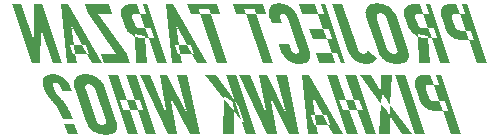
<source format=gbo>
G04*
G04 #@! TF.GenerationSoftware,Altium Limited,Altium Designer,25.0.2 (28)*
G04*
G04 Layer_Color=32896*
%FSLAX44Y44*%
%MOMM*%
G71*
G04*
G04 #@! TF.SameCoordinates,F35D9E54-4110-4E9A-A1CC-C6A2A34B17B7*
G04*
G04*
G04 #@! TF.FilePolarity,Positive*
G04*
G01*
G75*
G36*
X1185728Y636400D02*
X1177172D01*
X1170537Y655871D01*
X1165962D01*
X1164605Y655930D01*
X1163307Y656048D01*
X1162185Y656284D01*
X1161182Y656520D01*
X1160356Y656756D01*
X1159707Y656992D01*
X1159471Y657051D01*
X1159294Y657110D01*
X1159235Y657169D01*
X1159176D01*
X1158055Y657700D01*
X1157052Y658290D01*
X1156167Y658940D01*
X1155341Y659529D01*
X1154751Y660120D01*
X1154279Y660533D01*
X1153984Y660828D01*
X1153866Y660946D01*
X1153099Y661890D01*
X1152391Y662952D01*
X1151801Y663896D01*
X1151270Y664840D01*
X1150916Y665666D01*
X1150621Y666315D01*
X1150503Y666551D01*
X1150444Y666728D01*
X1150385Y666846D01*
Y666905D01*
X1147552Y675343D01*
X1147139Y676641D01*
X1146903Y677821D01*
X1146785Y678883D01*
X1146726Y679768D01*
Y680476D01*
X1146785Y681007D01*
X1146844Y681361D01*
Y681479D01*
X1147139Y682364D01*
X1147493Y683131D01*
X1147965Y683780D01*
X1148438Y684370D01*
X1148850Y684783D01*
X1149264Y685078D01*
X1149500Y685255D01*
X1149617Y685314D01*
X1150503Y685727D01*
X1151447Y686081D01*
X1152450Y686317D01*
X1153394Y686435D01*
X1154220Y686553D01*
X1154928Y686612D01*
X1160061D01*
X1162856Y678411D01*
X1167437D01*
X1164664Y686612D01*
X1168676D01*
X1185728Y636400D01*
D02*
G37*
G36*
X841321Y687085D02*
X842265Y687026D01*
X843976Y686671D01*
X845569Y686258D01*
X846277Y685963D01*
X846926Y685727D01*
X847516Y685432D01*
X848047Y685196D01*
X848519Y684901D01*
X848873Y684724D01*
X849168Y684547D01*
X849404Y684370D01*
X849522Y684311D01*
X849581Y684252D01*
X850938Y683072D01*
X852118Y681774D01*
X853121Y680417D01*
X853948Y679119D01*
X854538Y677939D01*
X854774Y677408D01*
X854951Y676995D01*
X855128Y676641D01*
X855246Y676346D01*
X855305Y676169D01*
Y676110D01*
X856485Y672688D01*
X848106D01*
X846926Y676110D01*
X846690Y676759D01*
X846395Y677349D01*
X846100Y677880D01*
X845864Y678293D01*
X845628Y678588D01*
X845392Y678824D01*
X845274Y678942D01*
X845215Y679001D01*
X844743Y679355D01*
X844330Y679591D01*
X843917Y679827D01*
X843504Y679945D01*
X843150Y680004D01*
X842914Y680063D01*
X842678D01*
X842147Y680004D01*
X841734Y679945D01*
X841380Y679768D01*
X841144Y679591D01*
X840967Y679414D01*
X840790Y679296D01*
X840731Y679178D01*
Y679119D01*
X840612Y678765D01*
X840554Y678352D01*
Y677939D01*
X840612Y677467D01*
X840671Y677113D01*
X840790Y676818D01*
X840849Y676582D01*
Y676523D01*
X840967Y676110D01*
X841321Y675107D01*
X841675Y674222D01*
X842088Y673455D01*
X842442Y672805D01*
X842796Y672274D01*
X843032Y671861D01*
X843209Y671566D01*
X843268Y671507D01*
X844330Y670150D01*
X844802Y669501D01*
X845274Y668970D01*
X845687Y668498D01*
X845982Y668085D01*
X846218Y667849D01*
X846277Y667790D01*
X847516Y666433D01*
X848106Y665725D01*
X848637Y665076D01*
X849109Y664545D01*
X849522Y664132D01*
X849758Y663837D01*
X849817Y663719D01*
X850525Y662834D01*
X851174Y661831D01*
X851823Y660887D01*
X852354Y660002D01*
X852826Y659175D01*
X853180Y658585D01*
X853357Y658349D01*
X853475Y658172D01*
X853534Y658054D01*
Y657995D01*
X854184Y656638D01*
X854892Y655222D01*
X855482Y653806D01*
X856013Y652449D01*
X856249Y651800D01*
X856485Y651269D01*
X856662Y650738D01*
X856839Y650325D01*
X856957Y649912D01*
X857075Y649676D01*
X857134Y649499D01*
Y649440D01*
X848578D01*
X848047Y650915D01*
X847516Y652272D01*
X847044Y653511D01*
X846572Y654514D01*
X846218Y655281D01*
X845923Y655930D01*
X845805Y656107D01*
X845746Y656284D01*
X845687Y656343D01*
Y656402D01*
X845156Y657405D01*
X844625Y658349D01*
X844094Y659175D01*
X843681Y659883D01*
X843327Y660415D01*
X843032Y660828D01*
X842855Y661123D01*
X842796Y661182D01*
X842265Y661890D01*
X841734Y662539D01*
X841262Y663129D01*
X840849Y663601D01*
X840495Y664014D01*
X840200Y664368D01*
X840023Y664545D01*
X839964Y664604D01*
X838960Y665725D01*
X838488Y666256D01*
X838075Y666728D01*
X837780Y667082D01*
X837544Y667436D01*
X837367Y667613D01*
X837308Y667672D01*
X836364Y668852D01*
X835951Y669442D01*
X835597Y669973D01*
X835243Y670445D01*
X835007Y670799D01*
X834889Y671094D01*
X834830Y671153D01*
X834417Y671920D01*
X834004Y672805D01*
X833591Y673632D01*
X833296Y674399D01*
X833001Y675048D01*
X832824Y675638D01*
X832706Y675992D01*
X832647Y676051D01*
Y676110D01*
X832470Y676523D01*
X832175Y677467D01*
X831998Y678293D01*
X831880Y679119D01*
X831821Y679886D01*
Y681243D01*
X831880Y681833D01*
X831998Y682364D01*
X832116Y682836D01*
X832234Y683249D01*
X832411Y683603D01*
X832529Y683839D01*
X832647Y684075D01*
X832765Y684252D01*
X832824Y684311D01*
Y684370D01*
X833237Y684842D01*
X833709Y685314D01*
X834889Y685963D01*
X836128Y686494D01*
X837367Y686789D01*
X838488Y687026D01*
X839019Y687085D01*
X839433D01*
X839787Y687143D01*
X840318D01*
X841321Y687085D01*
D02*
G37*
G36*
X1126032Y661417D02*
X1144897Y636400D01*
X1135633D01*
X1125690Y651601D01*
X1125780Y636400D01*
X1116457D01*
X1118356Y662255D01*
X1121236Y658408D01*
X1125690Y651601D01*
X1125662Y656284D01*
X1125957Y660061D01*
X1126032Y661417D01*
X1123007Y665430D01*
X1118617Y672312D01*
X1118758Y668321D01*
X1118463Y663719D01*
X1118356Y662255D01*
X1100113Y686612D01*
X1109495D01*
X1118617Y672312D01*
X1118109Y686612D01*
X1127432D01*
X1126032Y661417D01*
D02*
G37*
G36*
X1049015Y636400D02*
X1040755D01*
X1024234Y668852D01*
X1030134Y636400D01*
X1021932D01*
X998390Y686612D01*
X1007122D01*
X1021519Y651741D01*
X1015088Y686612D01*
X1021696D01*
X1038985Y651741D01*
X1029662Y686612D01*
X1038395D01*
X1049015Y636400D01*
D02*
G37*
G36*
X964698D02*
X956438D01*
X939917Y668852D01*
X945817Y636400D01*
X937615D01*
X914073Y686612D01*
X922805D01*
X937202Y651741D01*
X930771Y686612D01*
X937379D01*
X954668Y651741D01*
X945345Y686612D01*
X954078D01*
X964698Y636400D01*
D02*
G37*
G36*
X994304Y664492D02*
X999854Y648207D01*
X993365Y656300D01*
X993138Y663837D01*
X985527Y668970D01*
X985446Y666179D01*
X969065Y686612D01*
X978800D01*
X994304Y664492D01*
D02*
G37*
G36*
X1012433Y636400D02*
X1003877D01*
X999854Y648207D01*
X1002933Y644365D01*
X997741Y659588D01*
X994304Y664492D01*
X986766Y686612D01*
X995381D01*
X1012433Y636400D01*
D02*
G37*
G36*
X1155518D02*
X1146962D01*
X1129851Y686612D01*
X1138466D01*
X1155518Y636400D01*
D02*
G37*
G36*
X1113743D02*
X1105187D01*
X1098130Y657110D01*
X1102650D01*
X1099877Y665194D01*
X1095375D01*
X1098130Y657110D01*
X1091369D01*
X1088623Y665194D01*
X1095375D01*
X1088076Y686612D01*
X1096691D01*
X1113743Y636400D01*
D02*
G37*
G36*
X1088623Y665194D02*
X1083061D01*
X1085775Y657110D01*
X1091369D01*
X1098402Y636400D01*
X1089846D01*
X1072735Y686612D01*
X1081350D01*
X1088623Y665194D01*
D02*
G37*
G36*
X1086070Y636400D02*
X1077573D01*
X1073386Y644188D01*
X1075272D01*
X1072558Y652213D01*
X1069072D01*
X1059872Y669324D01*
X1062325Y652213D01*
X1069072D01*
X1073386Y644188D01*
X1063476D01*
X1064593Y636400D01*
X1056096D01*
X1051021Y686612D01*
X1057040D01*
X1086070Y636400D01*
D02*
G37*
G36*
X993365Y656300D02*
X993964Y636400D01*
X984583D01*
X985446Y666179D01*
X993365Y656300D01*
D02*
G37*
G36*
X928116Y636400D02*
X919560D01*
X912503Y657110D01*
X917023D01*
X914250Y665194D01*
X909748D01*
X912503Y657110D01*
X905741D01*
X902996Y665194D01*
X909748D01*
X902449Y686612D01*
X911064D01*
X928116Y636400D01*
D02*
G37*
G36*
X902996Y665194D02*
X897434D01*
X900148Y657110D01*
X905741D01*
X912775Y636400D01*
X904219D01*
X887108Y686612D01*
X895723D01*
X902996Y665194D01*
D02*
G37*
G36*
X861559Y636400D02*
X853003D01*
X850112Y644956D01*
X858668D01*
X861559Y636400D01*
D02*
G37*
G36*
X869407Y687085D02*
X870764Y686908D01*
X872003Y686671D01*
X873124Y686435D01*
X874009Y686199D01*
X874422Y686081D01*
X874717Y685963D01*
X874953Y685845D01*
X875130Y685786D01*
X875248Y685727D01*
X875307D01*
X876546Y685196D01*
X877608Y684547D01*
X878611Y683839D01*
X879437Y683190D01*
X880145Y682600D01*
X880676Y682128D01*
X880971Y681833D01*
X881030Y681774D01*
X881089Y681715D01*
X881916Y680712D01*
X882682Y679650D01*
X883332Y678588D01*
X883863Y677585D01*
X884276Y676700D01*
X884453Y676287D01*
X884571Y675992D01*
X884689Y675697D01*
X884748Y675520D01*
X884807Y675402D01*
Y675343D01*
X894188Y647670D01*
X894601Y646313D01*
X894837Y645133D01*
X894955Y644011D01*
X895014Y643067D01*
Y642359D01*
X894955Y641769D01*
X894896Y641415D01*
Y641356D01*
Y641297D01*
X894601Y640353D01*
X894129Y639527D01*
X893657Y638878D01*
X893126Y638288D01*
X892654Y637875D01*
X892241Y637521D01*
X891946Y637344D01*
X891828Y637285D01*
X890825Y636813D01*
X889763Y636518D01*
X888701Y636282D01*
X887698Y636105D01*
X886754Y635987D01*
X886341D01*
X885987Y635928D01*
X885338D01*
X883863Y635987D01*
X882505Y636164D01*
X881266Y636341D01*
X880145Y636636D01*
X879260Y636872D01*
X878847Y636990D01*
X878552Y637049D01*
X878316Y637167D01*
X878139Y637226D01*
X878021Y637285D01*
X877962D01*
X876723Y637875D01*
X875661Y638465D01*
X874658Y639173D01*
X873832Y639822D01*
X873124Y640412D01*
X872593Y640884D01*
X872298Y641179D01*
X872180Y641297D01*
X871295Y642359D01*
X870587Y643421D01*
X869938Y644483D01*
X869407Y645487D01*
X868994Y646372D01*
X868817Y646726D01*
X868699Y647021D01*
X868580Y647316D01*
X868521Y647493D01*
X868463Y647611D01*
Y647670D01*
X859081Y675343D01*
X858668Y676700D01*
X858432Y677939D01*
X858314Y679001D01*
X858255Y679945D01*
X858314Y680712D01*
X858373Y681243D01*
X858432Y681597D01*
Y681715D01*
X858727Y682659D01*
X859140Y683485D01*
X859612Y684134D01*
X860143Y684724D01*
X860615Y685137D01*
X861028Y685491D01*
X861323Y685668D01*
X861441Y685727D01*
X862385Y686199D01*
X863447Y686553D01*
X864568Y686789D01*
X865571Y686966D01*
X866515Y687085D01*
X866928D01*
X867282Y687143D01*
X867932D01*
X869407Y687085D01*
D02*
G37*
G36*
X1207770Y696432D02*
X1199214D01*
X1192579Y715903D01*
X1188004D01*
X1186646Y715962D01*
X1185348Y716080D01*
X1184227Y716316D01*
X1183224Y716553D01*
X1182398Y716788D01*
X1181749Y717025D01*
X1181513Y717084D01*
X1181336Y717142D01*
X1181277Y717202D01*
X1181218D01*
X1180097Y717732D01*
X1179094Y718323D01*
X1178209Y718972D01*
X1177383Y719562D01*
X1176793Y720152D01*
X1176321Y720565D01*
X1176026Y720860D01*
X1175908Y720978D01*
X1175141Y721922D01*
X1174433Y722984D01*
X1173843Y723928D01*
X1173311Y724872D01*
X1172958Y725698D01*
X1172663Y726347D01*
X1172544Y726583D01*
X1172486Y726760D01*
X1172427Y726878D01*
Y726937D01*
X1169594Y735375D01*
X1169181Y736673D01*
X1168945Y737853D01*
X1168827Y738915D01*
X1168768Y739800D01*
Y740508D01*
X1168827Y741039D01*
X1168886Y741393D01*
Y741511D01*
X1169181Y742396D01*
X1169535Y743163D01*
X1170007Y743812D01*
X1170479Y744402D01*
X1170892Y744816D01*
X1171305Y745110D01*
X1171541Y745287D01*
X1171659Y745347D01*
X1172544Y745760D01*
X1173489Y746114D01*
X1174492Y746350D01*
X1175436Y746468D01*
X1176262Y746586D01*
X1176970Y746645D01*
X1182103D01*
X1184898Y738443D01*
X1189479D01*
X1186705Y746645D01*
X1190718D01*
X1207770Y696432D01*
D02*
G37*
G36*
X1020845Y738443D02*
X1012531D01*
X1011168Y742455D01*
X1002612D01*
X1003976Y738443D01*
X1012531D01*
X1026804Y696432D01*
X1018249D01*
X1003976Y738443D01*
X995650D01*
X992877Y746645D01*
X1018012D01*
X1020845Y738443D01*
D02*
G37*
G36*
X982197D02*
X973883D01*
X972520Y742455D01*
X963965D01*
X965328Y738443D01*
X973883D01*
X988156Y696432D01*
X979601D01*
X965328Y738443D01*
X957002D01*
X954229Y746645D01*
X979365D01*
X982197Y738443D01*
D02*
G37*
G36*
X1065101Y738325D02*
X1051350D01*
X1048518Y746645D01*
X1062266D01*
X1065101Y738325D01*
D02*
G37*
G36*
X1154154Y738502D02*
X1149651D01*
X1149061Y738443D01*
X1148589Y738325D01*
X1148235Y738207D01*
X1147881Y738030D01*
X1147704Y737794D01*
X1147527Y737676D01*
X1147409Y737558D01*
Y737499D01*
X1147232Y737086D01*
X1147114Y736673D01*
Y736201D01*
Y735788D01*
X1147173Y735375D01*
X1147291Y735080D01*
X1147350Y734844D01*
Y734785D01*
X1149238Y729238D01*
X1149474Y728648D01*
X1149710Y728176D01*
X1150005Y727763D01*
X1150300Y727409D01*
X1150595Y727114D01*
X1150831Y726937D01*
X1150949Y726819D01*
X1151008Y726760D01*
X1151480Y726465D01*
X1152011Y726229D01*
X1152483Y726111D01*
X1152955Y725993D01*
X1153368Y725934D01*
X1153663Y725875D01*
X1158452D01*
X1161243Y717673D01*
X1158396D01*
X1158325Y719208D01*
X1149887Y720801D01*
X1149908Y719020D01*
X1150005Y718972D01*
X1150182Y718913D01*
X1150418Y718795D01*
X1150713Y718736D01*
X1151126Y718618D01*
X1152011Y718382D01*
X1153132Y718087D01*
X1154371Y717910D01*
X1155787Y717732D01*
X1157262Y717673D01*
X1158396D01*
X1159387Y696432D01*
X1150182D01*
X1149908Y719020D01*
X1149887Y719031D01*
X1149828D01*
X1148589Y719621D01*
X1147527Y720270D01*
X1146524Y720919D01*
X1145698Y721568D01*
X1144989Y722158D01*
X1144458Y722630D01*
X1144164Y722925D01*
X1144045Y723043D01*
X1143219Y724105D01*
X1142452Y725167D01*
X1141803Y726229D01*
X1141331Y727232D01*
X1140918Y728117D01*
X1140741Y728471D01*
X1140623Y728766D01*
X1140505Y729061D01*
X1140446Y729238D01*
X1140387Y729356D01*
Y729415D01*
X1138381Y735316D01*
X1138027Y736614D01*
X1137791Y737794D01*
X1137673Y738856D01*
X1137614Y739741D01*
X1137673Y740449D01*
X1137732Y740980D01*
X1137791Y741334D01*
Y741452D01*
X1138086Y742396D01*
X1138558Y743163D01*
X1139089Y743812D01*
X1139620Y744402D01*
X1140092Y744816D01*
X1140505Y745110D01*
X1140800Y745287D01*
X1140918Y745347D01*
X1141862Y745818D01*
X1142924Y746114D01*
X1144045Y746350D01*
X1145049Y746527D01*
X1145993Y746645D01*
X1146406D01*
X1146760Y746704D01*
X1151362D01*
X1154154Y738502D01*
D02*
G37*
G36*
X914538D02*
X910035D01*
X909445Y738443D01*
X908973Y738325D01*
X908619Y738207D01*
X908265Y738030D01*
X908088Y737794D01*
X907911Y737676D01*
X907793Y737558D01*
Y737499D01*
X907616Y737086D01*
X907498Y736673D01*
Y736201D01*
Y735788D01*
X907557Y735375D01*
X907675Y735080D01*
X907734Y734844D01*
Y734785D01*
X909622Y729238D01*
X909858Y728648D01*
X910094Y728176D01*
X910389Y727763D01*
X910684Y727409D01*
X910979Y727114D01*
X911215Y726937D01*
X911333Y726819D01*
X911392Y726760D01*
X911864Y726465D01*
X912395Y726229D01*
X912867Y726111D01*
X913339Y725993D01*
X913752Y725934D01*
X914047Y725875D01*
X918835D01*
X921627Y717673D01*
X918780D01*
X918708Y719208D01*
X910271Y720801D01*
X910292Y719020D01*
X910389Y718972D01*
X910566Y718913D01*
X910802Y718795D01*
X911097Y718736D01*
X911510Y718618D01*
X912395Y718382D01*
X913516Y718087D01*
X914755Y717910D01*
X916171Y717732D01*
X917646Y717673D01*
X918780D01*
X919771Y696432D01*
X910566D01*
X910292Y719020D01*
X910271Y719031D01*
X910212D01*
X908973Y719621D01*
X907911Y720270D01*
X906908Y720919D01*
X906081Y721568D01*
X905374Y722158D01*
X904842Y722630D01*
X904547Y722925D01*
X904429Y723043D01*
X903603Y724105D01*
X902836Y725167D01*
X902187Y726229D01*
X901715Y727232D01*
X901302Y728117D01*
X901125Y728471D01*
X901007Y728766D01*
X900889Y729061D01*
X900830Y729238D01*
X900771Y729356D01*
Y729415D01*
X898765Y735316D01*
X898411Y736614D01*
X898175Y737794D01*
X898057Y738856D01*
X897998Y739741D01*
X898057Y740449D01*
X898116Y740980D01*
X898175Y741334D01*
Y741452D01*
X898470Y742396D01*
X898942Y743163D01*
X899473Y743812D01*
X900004Y744402D01*
X900476Y744816D01*
X900889Y745110D01*
X901184Y745287D01*
X901302Y745347D01*
X902246Y745818D01*
X903308Y746114D01*
X904429Y746350D01*
X905433Y746527D01*
X906376Y746645D01*
X906790D01*
X907144Y746704D01*
X911746D01*
X914538Y738502D01*
D02*
G37*
G36*
X1072299Y717202D02*
X1060259D01*
X1057427Y725521D01*
X1069464D01*
X1072299Y717202D01*
D02*
G37*
G36*
X848198Y696432D02*
X840351D01*
X830425Y725636D01*
X829553Y696432D01*
X822768D01*
X805715Y746645D01*
X813504D01*
X824038Y715671D01*
X824420Y746645D01*
X831146D01*
X848198Y696432D01*
D02*
G37*
G36*
X1033295Y747117D02*
X1034593Y746940D01*
X1035832Y746704D01*
X1036835Y746409D01*
X1037720Y746114D01*
X1038074Y745996D01*
X1038369Y745878D01*
X1038605Y745760D01*
X1038782Y745701D01*
X1038900Y745641D01*
X1038959D01*
X1040139Y745051D01*
X1041201Y744343D01*
X1042145Y743635D01*
X1042971Y742927D01*
X1043620Y742337D01*
X1044151Y741806D01*
X1044446Y741452D01*
X1044505Y741393D01*
X1044564Y741334D01*
X1045390Y740213D01*
X1046158Y739033D01*
X1046748Y737912D01*
X1047279Y736791D01*
X1047751Y735847D01*
X1047869Y735434D01*
X1048046Y735080D01*
X1048164Y734785D01*
X1048223Y734549D01*
X1048282Y734431D01*
Y734372D01*
X1057073Y708705D01*
X1057486Y707230D01*
X1057781Y705873D01*
X1057958Y704693D01*
X1058017Y703690D01*
Y702863D01*
Y702273D01*
Y702037D01*
X1057958Y701860D01*
Y701801D01*
Y701742D01*
X1057722Y700739D01*
X1057368Y699854D01*
X1056896Y699146D01*
X1056424Y698556D01*
X1056011Y698025D01*
X1055657Y697730D01*
X1055421Y697494D01*
X1055303Y697435D01*
X1054418Y696963D01*
X1053474Y696609D01*
X1052471Y696314D01*
X1051527Y696137D01*
X1050642Y696019D01*
X1049993Y695960D01*
X1049344D01*
X1047928Y696019D01*
X1046629Y696196D01*
X1045449Y696432D01*
X1044387Y696727D01*
X1043502Y696963D01*
X1043148Y697081D01*
X1042853Y697199D01*
X1042617Y697317D01*
X1042440Y697376D01*
X1042381Y697435D01*
X1042322D01*
X1041142Y698025D01*
X1040080Y698733D01*
X1039136Y699441D01*
X1038310Y700149D01*
X1037661Y700798D01*
X1037130Y701270D01*
X1036835Y701624D01*
X1036717Y701683D01*
Y701742D01*
X1035832Y702863D01*
X1035124Y704044D01*
X1034416Y705224D01*
X1033885Y706286D01*
X1033472Y707289D01*
X1033295Y707702D01*
X1033118Y707997D01*
X1033000Y708292D01*
X1032941Y708528D01*
X1032882Y708646D01*
Y708705D01*
X1031525Y712776D01*
X1040198D01*
X1041614Y708705D01*
X1041909Y707997D01*
X1042204Y707407D01*
X1042499Y706876D01*
X1042794Y706463D01*
X1043089Y706109D01*
X1043325Y705873D01*
X1043443Y705696D01*
X1043502Y705637D01*
X1043974Y705283D01*
X1044446Y705047D01*
X1044977Y704811D01*
X1045390Y704693D01*
X1045804Y704634D01*
X1046098Y704575D01*
X1046394D01*
X1046925Y704634D01*
X1047338Y704752D01*
X1047692Y704929D01*
X1047987Y705106D01*
X1048223Y705283D01*
X1048341Y705460D01*
X1048459Y705578D01*
Y705637D01*
X1048577Y706109D01*
X1048636Y706581D01*
Y707112D01*
X1048577Y707584D01*
X1048518Y708056D01*
X1048459Y708410D01*
X1048341Y708646D01*
Y708705D01*
X1039608Y734372D01*
X1039313Y735080D01*
X1039018Y735670D01*
X1038723Y736201D01*
X1038428Y736614D01*
X1038133Y736968D01*
X1037897Y737204D01*
X1037779Y737322D01*
X1037720Y737381D01*
X1037248Y737735D01*
X1036717Y738030D01*
X1036245Y738207D01*
X1035773Y738384D01*
X1035419Y738443D01*
X1035124Y738502D01*
X1034829D01*
X1034121Y738443D01*
X1033590Y738266D01*
X1033295Y738030D01*
X1033177Y737971D01*
X1032822Y737558D01*
X1032645Y737086D01*
X1032527Y736732D01*
Y736614D01*
Y736555D01*
Y735847D01*
X1032645Y735139D01*
X1032764Y734844D01*
X1032822Y734608D01*
X1032882Y734431D01*
Y734372D01*
X1034239Y730300D01*
X1025565D01*
X1024208Y734372D01*
X1023736Y735847D01*
X1023441Y737145D01*
X1023264Y738325D01*
X1023205Y739328D01*
Y740154D01*
Y740744D01*
Y740980D01*
X1023264Y741157D01*
Y741216D01*
Y741275D01*
X1023500Y742278D01*
X1023854Y743163D01*
X1024267Y743930D01*
X1024739Y744520D01*
X1025152Y745051D01*
X1025506Y745347D01*
X1025742Y745583D01*
X1025860Y745641D01*
X1026745Y746173D01*
X1027748Y746527D01*
X1028751Y746822D01*
X1029695Y746999D01*
X1030521Y747117D01*
X1031229Y747176D01*
X1031879D01*
X1033295Y747117D01*
D02*
G37*
G36*
X1176852Y696432D02*
X1168473D01*
X1161243Y717673D01*
X1165818D01*
X1162986Y725875D01*
X1158452D01*
X1154154Y738502D01*
X1158737D01*
X1155964Y746704D01*
X1159800D01*
X1176852Y696432D01*
D02*
G37*
G36*
X1087933D02*
X1084156D01*
X1081324Y704752D01*
X1076542D01*
X1072299Y717202D01*
X1077076D01*
X1074243Y725521D01*
X1069464D01*
X1065101Y738325D01*
X1069936D01*
X1067045Y746645D01*
X1070880D01*
X1087933Y696432D01*
D02*
G37*
G36*
X1079377D02*
X1065629D01*
X1062797Y704752D01*
X1076542D01*
X1079377Y696432D01*
D02*
G37*
G36*
X970986D02*
X962489D01*
X958302Y704221D01*
X960188D01*
X957474Y712245D01*
X953988D01*
X944788Y729356D01*
X947242Y712245D01*
X953988D01*
X958302Y704221D01*
X948392D01*
X949509Y696432D01*
X941012D01*
X935938Y746645D01*
X941956D01*
X970986Y696432D01*
D02*
G37*
G36*
X937236D02*
X928857D01*
X921627Y717673D01*
X926202D01*
X923370Y725875D01*
X918835D01*
X914538Y738502D01*
X919121D01*
X916348Y746704D01*
X920183D01*
X937236Y696432D01*
D02*
G37*
G36*
X890858Y738443D02*
X878940D01*
X903190Y703985D01*
X905787Y696432D01*
X884132D01*
X881359Y704634D01*
X894163D01*
X869971Y739092D01*
X867434Y746645D01*
X888085D01*
X890858Y738443D01*
D02*
G37*
G36*
X881949Y696432D02*
X873452D01*
X869265Y704221D01*
X871151D01*
X868437Y712245D01*
X864950D01*
X855751Y729356D01*
X858204Y712245D01*
X864950D01*
X869265Y704221D01*
X859355D01*
X860471Y696432D01*
X851975D01*
X846900Y746645D01*
X852919D01*
X881949Y696432D01*
D02*
G37*
G36*
X1116255Y747117D02*
X1117612Y746940D01*
X1118851Y746704D01*
X1119972Y746468D01*
X1120857Y746232D01*
X1121270Y746114D01*
X1121565Y745996D01*
X1121801Y745878D01*
X1121978Y745818D01*
X1122096Y745760D01*
X1122155D01*
X1123394Y745229D01*
X1124456Y744579D01*
X1125459Y743871D01*
X1126285Y743222D01*
X1126993Y742632D01*
X1127524Y742160D01*
X1127819Y741865D01*
X1127878Y741806D01*
X1127937Y741747D01*
X1128763Y740744D01*
X1129530Y739682D01*
X1130180Y738620D01*
X1130711Y737617D01*
X1131124Y736732D01*
X1131301Y736319D01*
X1131419Y736024D01*
X1131537Y735729D01*
X1131596Y735552D01*
X1131655Y735434D01*
Y735375D01*
X1141036Y707702D01*
X1141449Y706345D01*
X1141685Y705165D01*
X1141803Y704044D01*
X1141862Y703100D01*
Y702392D01*
X1141803Y701801D01*
X1141744Y701447D01*
Y701388D01*
Y701329D01*
X1141449Y700385D01*
X1140977Y699559D01*
X1140505Y698910D01*
X1139974Y698320D01*
X1139502Y697907D01*
X1139089Y697553D01*
X1138794Y697376D01*
X1138676Y697317D01*
X1137673Y696845D01*
X1136611Y696550D01*
X1135549Y696314D01*
X1134546Y696137D01*
X1133602Y696019D01*
X1133189D01*
X1132835Y695960D01*
X1132186D01*
X1130711Y696019D01*
X1129353Y696196D01*
X1128114Y696373D01*
X1126993Y696668D01*
X1126108Y696904D01*
X1125695Y697022D01*
X1125400Y697081D01*
X1125164Y697199D01*
X1124987Y697258D01*
X1124869Y697317D01*
X1124810D01*
X1123571Y697907D01*
X1122509Y698497D01*
X1121506Y699205D01*
X1120680Y699854D01*
X1119972Y700444D01*
X1119441Y700916D01*
X1119146Y701211D01*
X1119028Y701329D01*
X1118143Y702392D01*
X1117435Y703454D01*
X1116786Y704516D01*
X1116255Y705519D01*
X1115842Y706404D01*
X1115664Y706758D01*
X1115546Y707053D01*
X1115428Y707348D01*
X1115369Y707525D01*
X1115310Y707643D01*
Y707702D01*
X1105929Y735375D01*
X1105516Y736732D01*
X1105280Y737971D01*
X1105162Y739033D01*
X1105103Y739977D01*
X1105162Y740744D01*
X1105221Y741275D01*
X1105280Y741629D01*
Y741747D01*
X1105575Y742691D01*
X1105988Y743517D01*
X1106460Y744166D01*
X1106991Y744756D01*
X1107463Y745170D01*
X1107876Y745524D01*
X1108171Y745701D01*
X1108289Y745760D01*
X1109233Y746232D01*
X1110295Y746586D01*
X1111416Y746822D01*
X1112419Y746999D01*
X1113363Y747117D01*
X1113776D01*
X1114130Y747176D01*
X1114779D01*
X1116255Y747117D01*
D02*
G37*
G36*
X1098671Y708174D02*
X1098966Y707525D01*
X1099261Y706994D01*
X1099556Y706522D01*
X1099851Y706168D01*
X1100146Y705873D01*
X1100382Y705637D01*
X1100500Y705519D01*
X1100559Y705460D01*
X1101031Y705165D01*
X1101503Y704929D01*
X1102035Y704811D01*
X1102448Y704693D01*
X1102860Y704634D01*
X1103215Y704575D01*
X1103510D01*
X1104336Y704693D01*
X1104926Y704870D01*
X1105162Y704988D01*
X1105339Y705047D01*
X1105457Y705165D01*
X1105516D01*
X1106047Y705755D01*
X1106460Y706345D01*
X1106637Y706581D01*
X1106696Y706817D01*
X1106814Y706935D01*
Y706994D01*
X1114543Y701034D01*
X1114130Y700208D01*
X1113658Y699441D01*
X1113186Y698792D01*
X1112655Y698261D01*
X1112183Y697789D01*
X1111770Y697494D01*
X1111534Y697317D01*
X1111416Y697258D01*
X1110531Y696845D01*
X1109587Y696491D01*
X1108643Y696255D01*
X1107758Y696137D01*
X1106991Y696019D01*
X1106401Y695960D01*
X1105870D01*
X1104867Y696019D01*
X1103864Y696078D01*
X1102094Y696432D01*
X1100441Y696904D01*
X1099733Y697140D01*
X1099084Y697435D01*
X1098435Y697730D01*
X1097904Y697966D01*
X1097491Y698202D01*
X1097078Y698438D01*
X1096783Y698615D01*
X1096547Y698792D01*
X1096429Y698851D01*
X1096370Y698910D01*
X1094954Y700090D01*
X1093715Y701447D01*
X1092712Y702804D01*
X1091886Y704162D01*
X1091237Y705342D01*
X1091001Y705873D01*
X1090824Y706286D01*
X1090647Y706640D01*
X1090529Y706935D01*
X1090470Y707112D01*
Y707171D01*
X1077017Y746645D01*
X1085631D01*
X1098671Y708174D01*
D02*
G37*
%LPC*%
G36*
X1162856Y678411D02*
X1158586D01*
X1157996Y678352D01*
X1157583Y678234D01*
X1157170Y678057D01*
X1156875Y677880D01*
X1156698Y677644D01*
X1156580Y677467D01*
X1156462Y677349D01*
Y677290D01*
X1156344Y676818D01*
X1156285Y676346D01*
Y675815D01*
X1156344Y675284D01*
X1156462Y674812D01*
X1156521Y674458D01*
X1156580Y674222D01*
X1156639Y674104D01*
X1158645Y668203D01*
X1158940Y667495D01*
X1159235Y666905D01*
X1159530Y666374D01*
X1159884Y665961D01*
X1160120Y665607D01*
X1160356Y665371D01*
X1160533Y665194D01*
X1160592Y665135D01*
X1161064Y664781D01*
X1161536Y664545D01*
X1162008Y664309D01*
X1162480Y664191D01*
X1162834Y664132D01*
X1163130Y664073D01*
X1167742D01*
X1162856Y678411D01*
D02*
G37*
G36*
X1172334Y664073D02*
X1167742D01*
X1170537Y655871D01*
X1175107D01*
X1172334Y664073D01*
D02*
G37*
G36*
X1062325Y652213D02*
X1058869D01*
X1061583Y644188D01*
X1063476D01*
X1062325Y652213D01*
D02*
G37*
G36*
X871177Y678647D02*
X870823D01*
X870115Y678588D01*
X869525Y678470D01*
X869053Y678293D01*
X868699Y678057D01*
X868403Y677821D01*
X868226Y677644D01*
X868167Y677526D01*
X868109Y677467D01*
X867932Y676995D01*
X867813Y676523D01*
Y675992D01*
Y675461D01*
X867932Y674989D01*
X867990Y674635D01*
X868049Y674399D01*
X868109Y674281D01*
X876782Y648791D01*
X877077Y648024D01*
X877431Y647375D01*
X877785Y646844D01*
X878139Y646372D01*
X878434Y646018D01*
X878729Y645781D01*
X878906Y645604D01*
X878965Y645546D01*
X879555Y645191D01*
X880145Y644896D01*
X880735Y644719D01*
X881266Y644542D01*
X881739Y644483D01*
X882093Y644424D01*
X882447D01*
X883096Y644483D01*
X883686Y644602D01*
X884158Y644779D01*
X884512Y645014D01*
X884748Y645191D01*
X884984Y645368D01*
X885043Y645487D01*
X885102Y645546D01*
X885279Y646018D01*
X885397Y646549D01*
Y647080D01*
X885338Y647611D01*
X885279Y648083D01*
X885220Y648437D01*
X885102Y648673D01*
Y648791D01*
X876428Y674281D01*
X876133Y674989D01*
X875779Y675638D01*
X875425Y676169D01*
X875071Y676641D01*
X874776Y676995D01*
X874481Y677290D01*
X874304Y677408D01*
X874245Y677467D01*
X873655Y677880D01*
X873065Y678175D01*
X872534Y678352D01*
X872003Y678529D01*
X871531Y678588D01*
X871177Y678647D01*
D02*
G37*
G36*
X1184898Y738443D02*
X1180628D01*
X1180038Y738384D01*
X1179625Y738266D01*
X1179212Y738089D01*
X1178917Y737912D01*
X1178740Y737676D01*
X1178622Y737499D01*
X1178504Y737381D01*
Y737322D01*
X1178386Y736850D01*
X1178327Y736378D01*
Y735847D01*
X1178386Y735316D01*
X1178504Y734844D01*
X1178563Y734490D01*
X1178622Y734254D01*
X1178681Y734136D01*
X1180687Y728235D01*
X1180982Y727527D01*
X1181277Y726937D01*
X1181572Y726406D01*
X1181926Y725993D01*
X1182162Y725639D01*
X1182398Y725403D01*
X1182575Y725226D01*
X1182634Y725167D01*
X1183106Y724813D01*
X1183578Y724577D01*
X1184050Y724341D01*
X1184522Y724223D01*
X1184876Y724164D01*
X1185171Y724105D01*
X1189784D01*
X1184898Y738443D01*
D02*
G37*
G36*
X1194376Y724105D02*
X1189784D01*
X1192579Y715903D01*
X1197149D01*
X1194376Y724105D01*
D02*
G37*
G36*
X947242Y712245D02*
X943785D01*
X946499Y704221D01*
X948392D01*
X947242Y712245D01*
D02*
G37*
G36*
X858204D02*
X854748D01*
X857462Y704221D01*
X859355D01*
X858204Y712245D01*
D02*
G37*
G36*
X1118025Y738679D02*
X1117671D01*
X1116963Y738620D01*
X1116373Y738502D01*
X1115900Y738325D01*
X1115546Y738089D01*
X1115251Y737853D01*
X1115074Y737676D01*
X1115015Y737558D01*
X1114956Y737499D01*
X1114779Y737027D01*
X1114661Y736555D01*
Y736024D01*
Y735493D01*
X1114779Y735021D01*
X1114838Y734667D01*
X1114897Y734431D01*
X1114956Y734313D01*
X1123630Y708823D01*
X1123925Y708056D01*
X1124279Y707407D01*
X1124633Y706876D01*
X1124987Y706404D01*
X1125282Y706050D01*
X1125577Y705814D01*
X1125754Y705637D01*
X1125813Y705578D01*
X1126403Y705224D01*
X1126993Y704929D01*
X1127583Y704752D01*
X1128114Y704575D01*
X1128586Y704516D01*
X1128940Y704457D01*
X1129294D01*
X1129943Y704516D01*
X1130534Y704634D01*
X1131005Y704811D01*
X1131360Y705047D01*
X1131596Y705224D01*
X1131832Y705401D01*
X1131891Y705519D01*
X1131950Y705578D01*
X1132127Y706050D01*
X1132245Y706581D01*
Y707112D01*
X1132186Y707643D01*
X1132127Y708115D01*
X1132068Y708469D01*
X1131950Y708705D01*
Y708823D01*
X1123276Y734313D01*
X1122981Y735021D01*
X1122627Y735670D01*
X1122273Y736201D01*
X1121919Y736673D01*
X1121624Y737027D01*
X1121329Y737322D01*
X1121152Y737440D01*
X1121093Y737499D01*
X1120503Y737912D01*
X1119913Y738207D01*
X1119382Y738384D01*
X1118851Y738561D01*
X1118379Y738620D01*
X1118025Y738679D01*
D02*
G37*
%LPD*%
M02*

</source>
